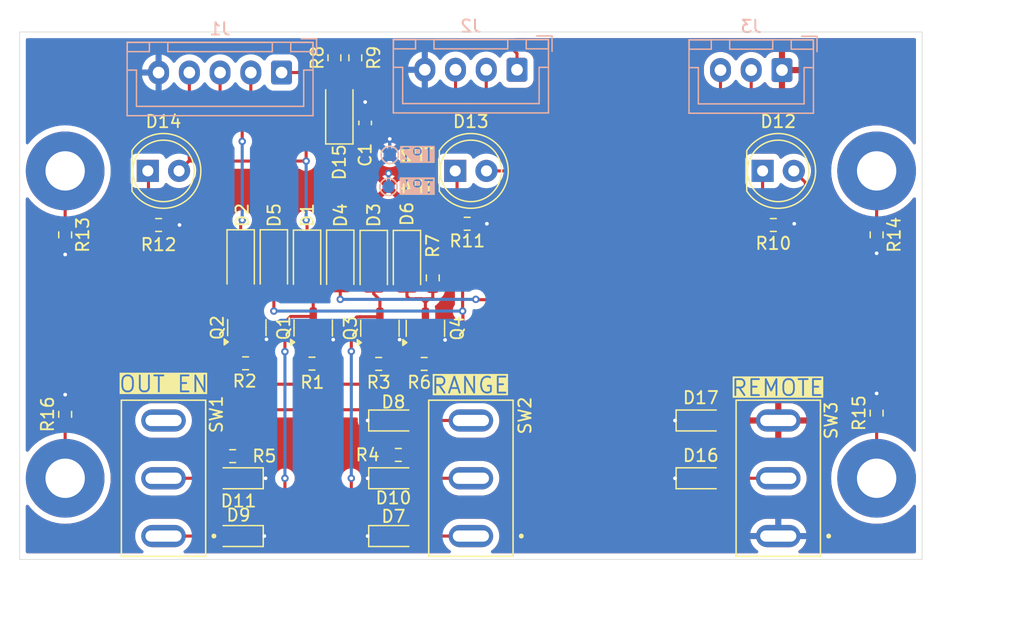
<source format=kicad_pcb>
(kicad_pcb (version 20240108) (generator "pcbnew") (generator_version "8.0")
  (layers (0 "F.Cu" signal) (31 "B.Cu" signal) (34 "B.Paste" user) (35 "F.Paste" user) (36 "B.SilkS" user "B.Silkscreen") (37 "F.SilkS" user "F.Silkscreen") (38 "B.Mask" user) (39 "F.Mask" user) (44 "Edge.Cuts" user))
  (net 0 "")
  (net 1 "Net-(D1-A)")
  (net 2 "/REL.LINE_EN")
  (net 3 "/ISO.LOW")
  (net 4 "Net-(D2-A)")
  (net 5 "Net-(D3-A)")
  (net 6 "/ISO.HIGH")
  (net 7 "/EXT.EN")
  (net 8 "/EXT.RANGE")
  (net 9 "Net-(D6-A)")
  (net 10 "GND")
  (net 11 "/REL.VCC")
  (net 12 "/ISO.VCC")
  (net 13 "VCC")
  (net 14 "Net-(Q1-B)")
  (net 15 "Net-(Q2-B)")
  (net 16 "Net-(Q3-B)")
  (net 17 "Net-(Q4-B)")
  (net 18 "/EXTERNAL_EN")
  (net 19 "Net-(D10-A2)")
  (net 20 "Net-(D11-A2)")
  (net 22 "Net-(D12-K)")
  (net 23 "Net-(D13-K)")
  (net 24 "Net-(D14-K)")
  (net 25 "Net-(D15-A)")
  (net 26 "Net-(MH1-Pad1)")
  (net 27 "Net-(MH2-Pad1)")
  (net 28 "Net-(MH3-Pad1)")
  (net 29 "Net-(MH4-Pad1)")
  (footprint "Diode_SMD:D_MiniMELF" (layer "F.Cu") (at 110.3 112.15 90)
    (property "Reference" "D15" (at -4.15 0 270) (layer "F.SilkS"))
    (property "Value" "LL103A")
    (pad "1" smd roundrect (at -1.75 0 90) (size 1.3 1.7) (layers "F.Cu" "F.Paste" "F.Mask") (roundrect_rratio 0.1923076923) (net 13 "VCC"))
    (pad "2" smd roundrect (at 1.75 0 90) (size 1.3 1.7) (layers "F.Cu" "F.Paste" "F.Mask") (roundrect_rratio 0.1923076923) (net 25 "Net-(D15-A)"))
  )
  (footprint "Resistor_SMD:R_0603_1608Metric" (layer "F.Cu") (at 154 122.2 -90)
    (property "Reference" "R14" (at 0 -1.43 90) (layer "F.SilkS"))
    (property "Value" "0R")
    (pad "1" smd roundrect (at -0.825 0 270) (size 0.8 0.95) (layers "F.Cu" "F.Paste" "F.Mask") (net 27 "Net-(MH2-Pad1)"))
    (pad "2" smd roundrect (at 0.825 0 270) (size 0.8 0.95) (layers "F.Cu" "F.Paste" "F.Mask") (net 10 "GND"))
  )
  (footprint "Resistor_SMD:R_0603_1608Metric" (layer "F.Cu") (at 108.075 132.675)
    (property "Reference" "R1" (at 0.025 1.525 360) (layer "F.SilkS"))
    (property "Value" "10k")
    (pad "1" smd roundrect (at -0.825 0) (size 0.8 0.95) (layers "F.Cu" "F.Paste" "F.Mask") (net 14 "Net-(Q1-B)"))
    (pad "2" smd roundrect (at 0.825 0) (size 0.8 0.95) (layers "F.Cu" "F.Paste" "F.Mask") (net 18 "/EXTERNAL_EN"))
  )
  (footprint "Diode_SMD:D_MiniMELF" (layer "F.Cu") (at 104.975 124.45 -90)
    (property "Reference" "D5" (at -3.85 -0.025 90) (layer "F.SilkS"))
    (property "Value" "LL103A")
    (pad "1" smd roundrect (at -1.75 0 270) (size 1.3 1.7) (layers "F.Cu" "F.Paste" "F.Mask") (roundrect_rratio 0.1923076923) (net 3 "/ISO.LOW"))
    (pad "2" smd roundrect (at 1.75 0 270) (size 1.3 1.7) (layers "F.Cu" "F.Paste" "F.Mask") (roundrect_rratio 0.1923076923) (net 8 "/EXT.RANGE"))
  )
  (footprint "Resistor_SMD:R_0603_1608Metric" (layer "F.Cu") (at 120.7 121.3)
    (property "Reference" "R11" (at 0 1.4 0) (layer "F.SilkS"))
    (property "Value" "1k")
    (pad "1" smd roundrect (at -0.825 0) (size 0.8 0.95) (layers "F.Cu" "F.Paste" "F.Mask") (net 23 "Net-(D13-K)"))
    (pad "2" smd roundrect (at 0.825 0) (size 0.8 0.95) (layers "F.Cu" "F.Paste" "F.Mask") (net 10 "GND"))
  )
  (footprint "Diode_SMD:D_MiniMELF" (layer "F.Cu") (at 107.675 124.475 -90)
    (property "Reference" "D1" (at -3.875 -0.025 90) (layer "F.SilkS"))
    (property "Value" "LL103A")
    (pad "1" smd roundrect (at -1.75 0 270) (size 1.3 1.7) (layers "F.Cu" "F.Paste" "F.Mask") (roundrect_rratio 0.1923076923) (net 2 "/REL.LINE_EN"))
    (pad "2" smd roundrect (at 1.75 0 270) (size 1.3 1.7) (layers "F.Cu" "F.Paste" "F.Mask") (roundrect_rratio 0.1923076923) (net 1 "Net-(D1-A)"))
  )
  (footprint "Koszalix_Switches:ESWITCH-100SP1T1B1M1QEH" (layer "F.Cu") (at 121 142 90)
    (property "Reference" "SW2" (at 5.1 4.4 90) (layer "F.SilkS"))
    (property "Value" "200MSP3T1B1M2QEH")
    (pad "1" thru_hole oval (at -4.7 0 90) (size 1.81 3.62) (drill oval 0.91 2.94) (layers "*.Cu" "*.Mask") (net 5 "Net-(D3-A)"))
    (pad "2" thru_hole oval (at 0 0 90) (size 1.81 3.62) (drill oval 0.91 2.94) (layers "*.Cu" "*.Mask") (net 19 "Net-(D10-A2)"))
    (pad "3" thru_hole oval (at 4.7 0 90) (size 1.81 3.62) (drill oval 0.91 2.94) (layers "*.Cu" "*.Mask") (net 4 "Net-(D2-A)"))
  )
  (footprint "Diode_SMD:D_SOD-323_HandSoldering" (layer "F.Cu") (at 139.7 137.3)
    (property "Reference" "D17" (at 0 -1.85 360) (layer "F.SilkS"))
    (property "Value" "ESD3B15WS")
    (pad "1" smd roundrect (at -1.25 0) (size 1 1) (layers "F.Cu" "F.Paste" "F.Mask") (net 10 "GND"))
    (pad "2" smd roundrect (at 1.25 0) (size 1 1) (layers "F.Cu" "F.Paste" "F.Mask") (net 13 "VCC"))
  )
  (footprint "Resistor_SMD:R_0603_1608Metric" (layer "F.Cu") (at 88 136.8 90)
    (property "Reference" "R16" (at 0 -1.43 270) (layer "F.SilkS"))
    (property "Value" "0R")
    (pad "1" smd roundrect (at -0.825 0 90) (size 0.8 0.95) (layers "F.Cu" "F.Paste" "F.Mask") (net 29 "Net-(MH4-Pad1)"))
    (pad "2" smd roundrect (at 0.825 0 90) (size 0.8 0.95) (layers "F.Cu" "F.Paste" "F.Mask") (net 10 "GND"))
  )
  (footprint "Resistor_SMD:R_0603_1608Metric" (layer "F.Cu") (at 145.6 121.4)
    (property "Reference" "R10" (at 0 1.5 360) (layer "F.SilkS"))
    (property "Value" "1k")
    (pad "1" smd roundrect (at -0.825 0) (size 0.8 0.95) (layers "F.Cu" "F.Paste" "F.Mask") (net 22 "Net-(D12-K)"))
    (pad "2" smd roundrect (at 0.825 0) (size 0.8 0.95) (layers "F.Cu" "F.Paste" "F.Mask") (net 10 "GND"))
  )
  (footprint "Diode_SMD:D_SOD-323_HandSoldering" (layer "F.Cu") (at 102.1 146.7 180)
    (property "Reference" "D9" (at 0 1.7 180) (layer "F.SilkS"))
    (property "Value" "ESD3B15WS")
    (pad "1" smd roundrect (at -1.25 0 180) (size 1 1) (layers "F.Cu" "F.Paste" "F.Mask") (net 10 "GND"))
    (pad "2" smd roundrect (at 1.25 0 180) (size 1 1) (layers "F.Cu" "F.Paste" "F.Mask") (net 1 "Net-(D1-A)"))
  )
  (footprint "TestPoint:TestPoint_Pad_D1.0mm" (layer "F.Cu") (at 114.3 118.3)
    (property "Reference" "TP3" (at 2.4 0 0) (layer "F.SilkS" knockout))
    (property "Value" "TestPoint")
    (pad "1" smd circle (at 0 0) (size 1 1) (layers "F.Cu" "F.Mask") (net 13 "VCC"))
  )
  (footprint "Diode_SMD:D_MiniMELF" (layer "F.Cu") (at 102.275 124.45 -90)
    (property "Reference" "D2" (at -3.85 -0.125 90) (layer "F.SilkS"))
    (property "Value" "LL103A")
    (pad "1" smd roundrect (at -1.75 0 270) (size 1.3 1.7) (layers "F.Cu" "F.Paste" "F.Mask") (roundrect_rratio 0.1923076923) (net 3 "/ISO.LOW"))
    (pad "2" smd roundrect (at 1.75 0 270) (size 1.3 1.7) (layers "F.Cu" "F.Paste" "F.Mask") (roundrect_rratio 0.1923076923) (net 4 "Net-(D2-A)"))
  )
  (footprint "Diode_SMD:D_MiniMELF" (layer "F.Cu") (at 110.375 124.475 -90)
    (property "Reference" "D4" (at -3.875 -0.025 90) (layer "F.SilkS"))
    (property "Value" "LL103A")
    (pad "1" smd roundrect (at -1.75 0 270) (size 1.3 1.7) (layers "F.Cu" "F.Paste" "F.Mask") (roundrect_rratio 0.1923076923) (net 2 "/REL.LINE_EN"))
    (pad "2" smd roundrect (at 1.75 0 270) (size 1.3 1.7) (layers "F.Cu" "F.Paste" "F.Mask") (roundrect_rratio 0.1923076923) (net 7 "/EXT.EN"))
  )
  (footprint "Koszalix_Switches:ESWITCH-100SP1T1B1M1QEH" (layer "F.Cu") (at 146 142 90)
    (property "Reference" "SW3" (at 4.7 4.3 90) (layer "F.SilkS"))
    (property "Value" "200MSP3T1B1M2QEH")
    (pad "1" thru_hole oval (at -4.7 0 90) (size 1.81 3.62) (drill oval 0.91 2.94) (layers "*.Cu" "*.Mask") (net 10 "GND"))
    (pad "2" thru_hole oval (at 0 0 90) (size 1.81 3.62) (drill oval 0.91 2.94) (layers "*.Cu" "*.Mask") (net 18 "/EXTERNAL_EN"))
    (pad "3" thru_hole oval (at 4.7 0 90) (size 1.81 3.62) (drill oval 0.91 2.94) (layers "*.Cu" "*.Mask") (net 13 "VCC"))
  )
  (footprint "LED_THT:LED_D5.0mm_FlatTop" (layer "F.Cu") (at 94.725 117)
    (property "Reference" "D14" (at 1.27 -4.01 0) (layer "F.SilkS"))
    (property "Value" "LED")
    (pad "1" thru_hole rect (at 0 0) (size 1.8 1.8) (drill 0.9) (layers "*.Cu" "*.Mask") (net 24 "Net-(D14-K)"))
    (pad "2" thru_hole circle (at 2.54 0) (size 1.8 1.8) (drill 0.9) (layers "*.Cu" "*.Mask") (net 2 "/REL.LINE_EN"))
  )
  (footprint "Resistor_SMD:R_0603_1608Metric" (layer "F.Cu") (at 154 136.7 90)
    (property "Reference" "R15" (at 0 -1.43 270) (layer "F.SilkS"))
    (property "Value" "0R")
    (pad "1" smd roundrect (at -0.825 0 90) (size 0.8 0.95) (layers "F.Cu" "F.Paste" "F.Mask") (net 28 "Net-(MH3-Pad1)"))
    (pad "2" smd roundrect (at 0.825 0 90) (size 0.8 0.95) (layers "F.Cu" "F.Paste" "F.Mask") (net 10 "GND"))
  )
  (footprint "MountingHole:MountingHole_3.2mm_M3_Pad" (layer "F.Cu") (at 154 117)
    (property "Reference" "MH2" (hide yes))
    (property "Value" "~")
    (pad "1" thru_hole circle (at 0 0) (size 6.4 6.4) (drill 3.2) (layers "*.Cu" "*.Mask") (net 27 "Net-(MH2-Pad1)"))
  )
  (footprint "Diode_SMD:D_SOD-323_HandSoldering" (layer "F.Cu") (at 139.7 142)
    (property "Reference" "D16" (at 0 -1.85 360) (layer "F.SilkS"))
    (property "Value" "ESD3B15WS")
    (pad "1" smd roundrect (at -1.25 0) (size 1 1) (layers "F.Cu" "F.Paste" "F.Mask") (net 10 "GND"))
    (pad "2" smd roundrect (at 1.25 0) (size 1 1) (layers "F.Cu" "F.Paste" "F.Mask") (net 18 "/EXTERNAL_EN"))
  )
  (footprint "Resistor_SMD:R_0603_1608Metric" (layer "F.Cu") (at 117.2 132.7 180)
    (property "Reference" "R6" (at 0.4 -1.5 180) (layer "F.SilkS"))
    (property "Value" "10k")
    (pad "1" smd roundrect (at -0.825 0 180) (size 0.8 0.95) (layers "F.Cu" "F.Paste" "F.Mask") (net 8 "/EXT.RANGE"))
    (pad "2" smd roundrect (at 0.825 0 180) (size 0.8 0.95) (layers "F.Cu" "F.Paste" "F.Mask") (net 17 "Net-(Q4-B)"))
  )
  (footprint "Diode_SMD:D_MiniMELF" (layer "F.Cu") (at 115.8 124.5 -90)
    (property "Reference" "D6" (at -4 0 90) (layer "F.SilkS"))
    (property "Value" "LL103A")
    (pad "1" smd roundrect (at -1.75 0 270) (size 1.3 1.7) (layers "F.Cu" "F.Paste" "F.Mask") (roundrect_rratio 0.1923076923) (net 6 "/ISO.HIGH"))
    (pad "2" smd roundrect (at 1.75 0 270) (size 1.3 1.7) (layers "F.Cu" "F.Paste" "F.Mask") (roundrect_rratio 0.1923076923) (net 9 "Net-(D6-A)"))
  )
  (footprint "Diode_SMD:D_MiniMELF" (layer "F.Cu") (at 113.1 124.5 -90)
    (property "Reference" "D3" (at -3.9 0 90) (layer "F.SilkS"))
    (property "Value" "LL103A")
    (pad "1" smd roundrect (at -1.75 0 270) (size 1.3 1.7) (layers "F.Cu" "F.Paste" "F.Mask") (roundrect_rratio 0.1923076923) (net 6 "/ISO.HIGH"))
    (pad "2" smd roundrect (at 1.75 0 270) (size 1.3 1.7) (layers "F.Cu" "F.Paste" "F.Mask") (roundrect_rratio 0.1923076923) (net 5 "Net-(D3-A)"))
  )
  (footprint "Package_TO_SOT_SMD:SOT-23" (layer "F.Cu") (at 113.6 129.8 90)
    (property "Reference" "Q3" (at 0 -2.4 270) (layer "F.SilkS"))
    (property "Value" "BC847")
    (pad "1" smd roundrect (at -0.9375 -0.95 90) (size 1.475 0.6) (layers "F.Cu" "F.Paste" "F.Mask") (net 16 "Net-(Q3-B)"))
    (pad "2" smd roundrect (at -0.9375 0.95 90) (size 1.475 0.6) (layers "F.Cu" "F.Paste" "F.Mask") (net 10 "GND"))
    (pad "3" smd roundrect (at 0.9375 0 90) (size 1.475 0.6) (layers "F.Cu" "F.Paste" "F.Mask") (net 5 "Net-(D3-A)"))
  )
  (footprint "LED_THT:LED_D5.0mm_FlatTop" (layer "F.Cu") (at 119.725 117)
    (property "Reference" "D13" (at 1.27 -4.01 0) (layer "F.SilkS"))
    (property "Value" "LED")
    (pad "1" thru_hole rect (at 0 0) (size 1.8 1.8) (drill 0.9) (layers "*.Cu" "*.Mask") (net 23 "Net-(D13-K)"))
    (pad "2" thru_hole circle (at 2.54 0) (size 1.8 1.8) (drill 0.9) (layers "*.Cu" "*.Mask") (net 3 "/ISO.LOW"))
  )
  (footprint "Resistor_SMD:R_0603_1608Metric" (layer "F.Cu") (at 111.6 107.8 90)
    (property "Reference" "R9" (at 0 1.5 270) (layer "F.SilkS"))
    (property "Value" "0R")
    (pad "1" smd roundrect (at -0.825 0 90) (size 0.8 0.95) (layers "F.Cu" "F.Paste" "F.Mask") (net 25 "Net-(D15-A)"))
    (pad "2" smd roundrect (at 0.825 0 90) (size 0.8 0.95) (layers "F.Cu" "F.Paste" "F.Mask") (net 12 "/ISO.VCC"))
  )
  (footprint "TestPoint:TestPoint_Pad_D1.0mm" (layer "F.Cu") (at 114.4 115.7)
    (property "Reference" "TP1" (at 2.3 0 0) (layer "F.SilkS" knockout))
    (property "Value" "TestPoint")
    (pad "1" smd circle (at 0 0) (size 1 1) (layers "F.Cu" "F.Mask") (net 10 "GND"))
  )
  (footprint "Resistor_SMD:R_0603_1608Metric" (layer "F.Cu") (at 115.1 140.1)
    (property "Reference" "R4" (at -2.5 0 0) (layer "F.SilkS"))
    (property "Value" "10k")
    (pad "1" smd roundrect (at -0.825 0) (size 0.8 0.95) (layers "F.Cu" "F.Paste" "F.Mask") (net 13 "VCC"))
    (pad "2" smd roundrect (at 0.825 0) (size 0.8 0.95) (layers "F.Cu" "F.Paste" "F.Mask") (net 19 "Net-(D10-A2)"))
  )
  (footprint "MountingHole:MountingHole_3.2mm_M3_Pad" (layer "F.Cu") (at 154 142)
    (property "Reference" "MH3" (hide yes))
    (property "Value" "~")
    (pad "1" thru_hole circle (at 0 0) (size 6.4 6.4) (drill 3.2) (layers "*.Cu" "*.Mask") (net 28 "Net-(MH3-Pad1)"))
  )
  (footprint "Resistor_SMD:R_0603_1608Metric" (layer "F.Cu") (at 101.625 140.2 180)
    (property "Reference" "R5" (at -2.575 0 180) (layer "F.SilkS"))
    (property "Value" "10k")
    (pad "1" smd roundrect (at -0.825 0 180) (size 0.8 0.95) (layers "F.Cu" "F.Paste" "F.Mask") (net 13 "VCC"))
    (pad "2" smd roundrect (at 0.825 0 180) (size 0.8 0.95) (layers "F.Cu" "F.Paste" "F.Mask") (net 20 "Net-(D11-A2)"))
  )
  (footprint "Diode_SMD:D_SOD-323_HandSoldering" (layer "F.Cu") (at 114.7 146.7)
    (property "Reference" "D7" (at 0 -1.6 0) (layer "F.SilkS"))
    (property "Value" "ESD3B15WS")
    (pad "1" smd roundrect (at -1.25 0) (size 1 1) (layers "F.Cu" "F.Paste" "F.Mask") (net 10 "GND"))
    (pad "2" smd roundrect (at 1.25 0) (size 1 1) (layers "F.Cu" "F.Paste" "F.Mask") (net 5 "Net-(D3-A)"))
  )
  (footprint "MountingHole:MountingHole_3.2mm_M3_Pad" (layer "F.Cu") (at 88 142)
    (property "Reference" "MH4" (hide yes))
    (property "Value" "~")
    (pad "1" thru_hole circle (at 0 0) (size 6.4 6.4) (drill 3.2) (layers "*.Cu" "*.Mask") (net 29 "Net-(MH4-Pad1)"))
  )
  (footprint "Resistor_SMD:R_0603_1608Metric" (layer "F.Cu") (at 117.9 125.7 90)
    (property "Reference" "R7" (at 2.6 0 270) (layer "F.SilkS"))
    (property "Value" "1k")
    (pad "1" smd roundrect (at -0.825 0 90) (size 0.8 0.95) (layers "F.Cu" "F.Paste" "F.Mask") (net 9 "Net-(D6-A)"))
    (pad "2" smd roundrect (at 0.825 0 90) (size 0.8 0.95) (layers "F.Cu" "F.Paste" "F.Mask") (net 13 "VCC"))
  )
  (footprint "MountingHole:MountingHole_3.2mm_M3_Pad" (layer "F.Cu") (at 88 117)
    (property "Reference" "MH1" (hide yes))
    (property "Value" "~")
    (pad "1" thru_hole circle (at 0 0) (size 6.4 6.4) (drill 3.2) (layers "*.Cu" "*.Mask") (net 26 "Net-(MH1-Pad1)"))
  )
  (footprint "Diode_SMD:D_SOD-323_HandSoldering" (layer "F.Cu") (at 114.7 137.3)
    (property "Reference" "D8" (at 0 -1.5 0) (layer "F.SilkS"))
    (property "Value" "ESD3B15WS")
    (pad "1" smd roundrect (at -1.25 0) (size 1 1) (layers "F.Cu" "F.Paste" "F.Mask") (net 10 "GND"))
    (pad "2" smd roundrect (at 1.25 0) (size 1 1) (layers "F.Cu" "F.Paste" "F.Mask") (net 4 "Net-(D2-A)"))
  )
  (footprint "Capacitor_SMD:C_0603_1608Metric" (layer "F.Cu") (at 112.4 113.1 90)
    (property "Reference" "C1" (at -2.6 0 270) (layer "F.SilkS"))
    (property "Value" "1u")
    (pad "1" smd roundrect (at -0.775 0 90) (size 0.9 0.95) (layers "F.Cu" "F.Paste" "F.Mask") (net 13 "VCC"))
    (pad "2" smd roundrect (at 0.775 0 90) (size 0.9 0.95) (layers "F.Cu" "F.Paste" "F.Mask") (net 10 "GND"))
  )
  (footprint "Diode_SMD:D_SOD-323_HandSoldering" (layer "F.Cu") (at 114.7 142)
    (property "Reference" "D10" (at 0 1.6 0) (layer "F.SilkS"))
    (property "Value" "ESD3B15WS")
    (pad "1" smd roundrect (at -1.25 0) (size 1 1) (layers "F.Cu" "F.Paste" "F.Mask") (net 10 "GND"))
    (pad "2" smd roundrect (at 1.25 0) (size 1 1) (layers "F.Cu" "F.Paste" "F.Mask") (net 19 "Net-(D10-A2)"))
  )
  (footprint "Resistor_SMD:R_0603_1608Metric" (layer "F.Cu") (at 95.6 121.4)
    (property "Reference" "R12" (at 0 1.6 360) (layer "F.SilkS"))
    (property "Value" "1k")
    (pad "1" smd roundrect (at -0.825 0) (size 0.8 0.95) (layers "F.Cu" "F.Paste" "F.Mask") (net 24 "Net-(D14-K)"))
    (pad "2" smd roundrect (at 0.825 0) (size 0.8 0.95) (layers "F.Cu" "F.Paste" "F.Mask") (net 10 "GND"))
  )
  (footprint "Diode_SMD:D_SOD-323_HandSoldering" (layer "F.Cu") (at 102.1 142 180)
    (property "Reference" "D11" (at 0 -1.85 180) (layer "F.SilkS"))
    (property "Value" "ESD3B15WS")
    (pad "1" smd roundrect (at -1.25 0 180) (size 1 1) (layers "F.Cu" "F.Paste" "F.Mask") (net 10 "GND"))
    (pad "2" smd roundrect (at 1.25 0 180) (size 1 1) (layers "F.Cu" "F.Paste" "F.Mask") (net 20 "Net-(D11-A2)"))
  )
  (footprint "Koszalix_Switches:ESWITCH-100SP1T1B1M1QEH" (layer "F.Cu") (at 96 142 90)
    (property "Reference" "SW1" (at 5.2 4.3 90) (layer "F.SilkS"))
    (property "Value" "200MSP3T1B1M2QEH" (hide yes))
    (pad "1" thru_hole oval (at -4.7 0 90) (size 1.81 3.62) (drill oval 0.91 2.94) (layers "*.Cu" "*.Mask") (net 1 "Net-(D1-A)"))
    (pad "2" thru_hole oval (at 0 0 90) (size 1.81 3.62) (drill oval 0.91 2.94) (layers "*.Cu" "*.Mask") (net 20 "Net-(D11-A2)"))
    (pad "3" thru_hole oval (at 4.7 0 90) (size 1.81 3.62) (drill oval 0.91 2.94) (layers "*.Cu" "*.Mask"))
  )
  (footprint "Resistor_SMD:R_0603_1608Metric" (layer "F.Cu") (at 113.5 132.7)
    (property "Reference" "R3" (at 0 1.5 0) (layer "F.SilkS"))
    (property "Value" "10k")
    (pad "1" smd roundrect (at -0.825 0) (size 0.8 0.95) (layers "F.Cu" "F.Paste" "F.Mask") (net 16 "Net-(Q3-B)"))
    (pad "2" smd roundrect (at 0.825 0) (size 0.8 0.95) (layers "F.Cu" "F.Paste" "F.Mask") (net 18 "/EXTERNAL_EN"))
  )
  (footprint "LED_THT:LED_D5.0mm_FlatTop" (layer "F.Cu") (at 144.725 117)
    (property "Reference" "D12" (at 1.27 -4.01 0) (layer "F.SilkS"))
    (property "Value" "LED")
    (pad "1" thru_hole rect (at 0 0) (size 1.8 1.8) (drill 0.9) (layers "*.Cu" "*.Mask") (net 22 "Net-(D12-K)"))
    (pad "2" thru_hole circle (at 2.54 0) (size 1.8 1.8) (drill 0.9) (layers "*.Cu" "*.Mask") (net 18 "/EXTERNAL_EN"))
  )
  (footprint "Resistor_SMD:R_0603_1608Metric" (layer "F.Cu") (at 109.9 107.8 90)
    (property "Reference" "R8" (at 0 -1.4 270) (layer "F.SilkS"))
    (property "Value" "0R")
    (pad "1" smd roundrect (at -0.825 0 90) (size 0.8 0.95) (layers "F.Cu" "F.Paste" "F.Mask") (net 25 "Net-(D15-A)"))
    (pad "2" smd roundrect (at 0.825 0 90) (size 0.8 0.95) (layers "F.Cu" "F.Paste" "F.Mask") (net 11 "/REL.VCC"))
  )
  (footprint "Package_TO_SOT_SMD:SOT-23" (layer "F.Cu") (at 117.3 129.8 90)
    (property "Reference" "Q4" (at 0 2.6 270) (layer "F.SilkS"))
    (property "Value" "BC847")
    (pad "1" smd roundrect (at -0.9375 -0.95 90) (size 1.475 0.6) (layers "F.Cu" "F.Paste" "F.Mask") (net 17 "Net-(Q4-B)"))
    (pad "2" smd roundrect (at -0.9375 0.95 90) (size 1.475 0.6) (layers "F.Cu" "F.Paste" "F.Mask") (net 10 "GND"))
    (pad "3" smd roundrect (at 0.9375 0 90) (size 1.475 0.6) (layers "F.Cu" "F.Paste" "F.Mask") (net 9 "Net-(D6-A)"))
  )
  (footprint "Package_TO_SOT_SMD:SOT-23" (layer "F.Cu") (at 102.775 129.75 90)
    (property "Reference" "Q2" (at 0 -2.4 270) (layer "F.SilkS"))
    (property "Value" "BC847")
    (pad "1" smd roundrect (at -0.9375 -0.95 90) (size 1.475 0.6) (layers "F.Cu" "F.Paste" "F.Mask") (net 15 "Net-(Q2-B)"))
    (pad "2" smd roundrect (at -0.9375 0.95 90) (size 1.475 0.6) (layers "F.Cu" "F.Paste" "F.Mask") (net 10 "GND"))
    (pad "3" smd roundrect (at 0.9375 0 90) (size 1.475 0.6) (layers "F.Cu" "F.Paste" "F.Mask") (net 4 "Net-(D2-A)"))
  )
  (footprint "Resistor_SMD:R_0603_1608Metric" (layer "F.Cu") (at 102.675 132.65)
    (property "Reference" "R2" (at -0.075 1.45 0) (layer "F.SilkS"))
    (property "Value" "10k")
    (pad "1" smd roundrect (at -0.825 0) (size 0.8 0.95) (layers "F.Cu" "F.Paste" "F.Mask") (net 15 "Net-(Q2-B)"))
    (pad "2" smd roundrect (at 0.825 0) (size 0.8 0.95) (layers "F.Cu" "F.Paste" "F.Mask") (net 18 "/EXTERNAL_EN"))
  )
  (footprint "Resistor_SMD:R_0603_1608Metric" (layer "F.Cu") (at 88 122.2 -90)
    (property "Reference" "R13" (at 0 -1.43 90) (layer "F.SilkS"))
    (property "Value" "0R")
    (pad "1" smd roundrect (at -0.825 0 270) (size 0.8 0.95) (layers "F.Cu" "F.Paste" "F.Mask") (net 26 "Net-(MH1-Pad1)"))
    (pad "2" smd roundrect (at 0.825 0 270) (size 0.8 0.95) (layers "F.Cu" "F.Paste" "F.Mask") (net 10 "GND"))
  )
  (footprint "Package_TO_SOT_SMD:SOT-23" (layer "F.Cu") (at 108.175 129.775 90)
    (property "Reference" "Q1" (at 0 -2.4 270) (layer "F.SilkS"))
    (property "Value" "BC847")
    (pad "1" smd roundrect (at -0.9375 -0.95 90) (size 1.475 0.6) (layers "F.Cu" "F.Paste" "F.Mask") (net 14 "Net-(Q1-B)"))
    (pad "2" smd roundrect (at -0.9375 0.95 90) (size 1.475 0.6) (layers "F.Cu" "F.Paste" "F.Mask") (net 10 "GND"))
    (pad "3" smd roundrect (at 0.9375 0 90) (size 1.475 0.6) (layers "F.Cu" "F.Paste" "F.Mask") (net 1 "Net-(D1-A)"))
  )
  (footprint "Connector_JST:JST_XH_B3B-XH-A_1x03_P2.50mm_Vertical" (layer "B.Cu") (at 146.3 108.8 180)
    (property "Reference" "J3" (at 2.5 3.55 180) (layer "B.SilkS") (effects (justify mirror)))
    (property "Value" "B4B-XH-A(LF)(SN)")
    (pad "1" thru_hole roundrect (at 0 0 180) (size 1.7 1.95) (drill 0.95) (layers "*.Cu" "*.Mask") (roundrect_rratio 0.147059) (net 13 "VCC"))
    (pad "2" thru_hole oval (at 2.5 0 180) (size 1.7 1.95) (drill 0.95) (layers "*.Cu" "*.Mask") (net 7 "/EXT.EN"))
    (pad "3" thru_hole oval (at 5 0 180) (size 1.7 1.95) (drill 0.95) (layers "*.Cu" "*.Mask") (net 8 "/EXT.RANGE"))
  )
  (footprint "TestPoint:TestPoint_Pad_D1.0mm" (layer "B.Cu") (at 114.3 118.3 180)
    (property "Reference" "TP4" (at -2.3 0 180) (layer "B.SilkS" knockout) (effects (justify mirror)))
    (property "Value" "TestPoint")
    (pad "1" smd circle (at 0 0 180) (size 1 1) (layers "B.Cu" "B.Mask") (net 13 "VCC"))
  )
  (footprint "Connector_JST:JST_XH_B5B-XH-A_1x05_P2.50mm_Vertical" (layer "B.Cu") (at 105.6 109 180)
    (property "Reference" "J1" (at 5 3.55 180) (layer "B.SilkS") (effects (justify mirror)))
    (property "Value" "B4B-XH-A(LF)(SN)")
    (pad "1" thru_hole roundrect (at 0 0 180) (size 1.7 1.95) (drill 0.95) (layers "*.Cu" "*.Mask") (roundrect_rratio 0.147059) (net 11 "/REL.VCC"))
    (pad "2" thru_hole oval (at 2.5 0 180) (size 1.7 1.95) (drill 0.95) (layers "*.Cu" "*.Mask") (net 2 "/REL.LINE_EN"))
    (pad "3" thru_hole oval (at 5 0 180) (size 1.7 1.95) (drill 0.95) (layers "*.Cu" "*.Mask") (net 3 "/ISO.LOW"))
    (pad "4" thru_hole oval (at 7.5 0 180) (size 1.7 1.95) (drill 0.95) (layers "*.Cu" "*.Mask") (net 2 "/REL.LINE_EN"))
    (pad "5" thru_hole oval (at 10 0 180) (size 1.7 1.95) (drill 0.95) (layers "*.Cu" "*.Mask") (net 10 "GND"))
  )
  (footprint "Connector_JST:JST_XH_B4B-XH-A_1x04_P2.50mm_Vertical" (layer "B.Cu") (at 124.75 108.775 180)
    (property "Reference" "J2" (at 3.75 3.55 180) (layer "B.SilkS") (effects (justify mirror)))
    (property "Value" "B4B-XH-A(LF)(SN)")
    (pad "1" thru_hole roundrect (at 0 0 180) (size 1.7 1.95) (drill 0.95) (layers "*.Cu" "*.Mask") (roundrect_rratio 0.147059) (net 12 "/ISO.VCC"))
    (pad "2" thru_hole oval (at 2.5 0 180) (size 1.7 1.95) (drill 0.95) (layers "*.Cu" "*.Mask") (net 3 "/ISO.LOW"))
    (pad "3" thru_hole oval (at 5 0 180) (size 1.7 1.95) (drill 0.95) (layers "*.Cu" "*.Mask") (net 6 "/ISO.HIGH"))
    (pad "4" thru_hole oval (at 7.5 0 180) (size 1.7 1.95) (drill 0.95) (layers "*.Cu" "*.Mask") (net 10 "GND"))
  )
  (footprint "TestPoint:TestPoint_Pad_D1.0mm" (layer "B.Cu") (at 114.4 115.7 180)
    (property "Reference" "TP2" (at -2.2 0 180) (layer "B.SilkS" knockout) (effects (justify mirror)))
    (property "Value" "TestPoint")
    (pad "1" smd circle (at 0 0 180) (size 1 1) (layers "B.Cu" "B.Mask") (net 10 "GND"))
  )
  (gr_rect (start 84.3 105.7) (end 157.7 148.6) (stroke (width 0.05)) (fill none) (layer "Edge.Cuts"))
  (gr_text "REMOTE" (at 142.1 135.4 0) (layer "F.SilkS" knockout) (effects (font (size 1.3 1.3)) (justify left bottom)))
  (gr_text "RANGE" (at 117.7 135.2 0) (layer "F.SilkS" knockout) (effects (font (size 1.3 1.3)) (justify left bottom)))
  (gr_text "OUT EN" (at 92.3 135.1 0) (layer "F.SilkS" knockout) (effects (font (size 1.3 1.3)) (justify left bottom)))
  (segment (start 100.85 144.75) (end 100.85 146.7) (width 0.25) (layer "F.Cu") (net 1))
  (segment (start 105.875 143.175) (end 104.675 144.375) (width 0.25) (layer "F.Cu") (net 1))
  (segment (start 107.675 127.175) (end 108.175 127.675) (width 0.25) (layer "F.Cu") (net 1))
  (segment (start 105.875 131.7) (end 105.875 129.3) (width 0.25) (layer "F.Cu") (net 1))
  (segment (start 105.875 142) (end 105.875 143.175) (width 0.25) (layer "F.Cu") (net 1))
  (segment (start 101.225 144.375) (end 100.85 144.75) (width 0.25) (layer "F.Cu") (net 1))
  (segment (start 104.675 144.375) (end 101.225 144.375) (width 0.25) (layer "F.Cu") (net 1))
  (segment (start 96 146.7) (end 100.85 146.7) (width 0.25) (layer "F.Cu") (net 1))
  (segment (start 108.175 127.675) (end 108.175 128.8375) (width 0.25) (layer "F.Cu") (net 1))
  (segment (start 105.875 129.3) (end 106.3375 128.8375) (width 0.25) (layer "F.Cu") (net 1))
  (segment (start 107.675 126.225) (end 107.675 127.175) (width 0.25) (layer "F.Cu") (net 1))
  (segment (start 106.3375 128.8375) (end 108.175 128.8375) (width 0.25) (layer "F.Cu") (net 1))
  (via (at 105.875 131.7) (size 0.6) (drill 0.3) (layers "F.Cu" "B.Cu") (net 1))
  (via (at 105.875 142) (size 0.6) (drill 0.3) (layers "F.Cu" "B.Cu") (net 1))
  (segment (start 105.875 142) (end 105.875 131.7) (width 0.25) (layer "B.Cu") (net 1))
  (segment (start 98.065 116.2) (end 98.4 116.2) (width 0.25) (layer "F.Cu") (net 2))
  (segment (start 107.675 121.075) (end 107.6 121) (width 0.25) (layer "F.Cu") (net 2))
  (segment (start 98.1 109) (end 98.1 108.3) (width 0.25) (layer "F.Cu") (net 2))
  (segment (start 110.375 122.725) (end 107.675 122.725) (width 0.25) (layer "F.Cu") (net 2))
  (segment (start 107.6 115.2) (end 103.1 110.7) (width 0.25) (layer "F.Cu") (net 2))
  (segment (start 107.6 116.2) (end 107.6 115.2) (width 0.25) (layer "F.Cu") (net 2))
  (segment (start 107.675 122.725) (end 107.675 121.075) (width 0.25) (layer "F.Cu") (net 2))
  (segment (start 98.1 115.8) (end 98.1 116.165) (width 0.25) (layer "F.Cu") (net 2))
  (segment (start 98.4 116.2) (end 107.6 116.2) (width 0.25) (layer "F.Cu") (net 2))
  (segment (start 103.1 108.125) (end 103.1 109) (width 0.25) (layer "F.Cu") (net 2))
  (segment (start 98.1 109) (end 98.1 115.8) (width 0.25) (layer "F.Cu") (net 2))
  (segment (start 98.1 116.165) (end 97.265 117) (width 0.25) (layer "F.Cu") (net 2))
  (segment (start 97.265 117) (end 98.065 116.2) (width 0.25) (layer "F.Cu") (net 2))
  (segment (start 98.1 115.9) (end 98.4 116.2) (width 0.25) (layer "F.Cu") (net 2))
  (segment (start 103.1 110.7) (end 103.1 109) (width 0.25) (layer "F.Cu") (net 2))
  (segment (start 98.1 115.8) (end 98.1 115.9) (width 0.25) (layer "F.Cu") (net 2))
  (via (at 107.6 116.2) (size 0.6) (drill 0.3) (layers "F.Cu" "B.Cu") (net 2))
  (via (at 107.6 121) (size 0.6) (drill 0.3) (layers "F.Cu" "B.Cu") (net 2))
  (segment (start 107.6 121) (end 107.6 116.2) (width 0.25) (layer "B.Cu") (net 2))
  (segment (start 124.075 117) (end 124.25 116.825) (width 0.25) (layer "F.Cu") (net 3))
  (segment (start 102.4 114.6) (end 102.4 113.2) (width 0.25) (layer "F.Cu") (net 3))
  (segment (start 102.275 122.7) (end 104.975 122.7) (width 0.25) (layer "F.Cu") (net 3))
  (segment (start 116.525 124.625) (end 105.425 124.625) (width 0.25) (layer "F.Cu") (net 3))
  (segment (start 124.075 117) (end 124.25 117.175) (width 0.25) (layer "F.Cu") (net 3))
  (segment (start 124.25 116.825) (end 124.25 116.8) (width 0.25) (layer "F.Cu") (net 3))
  (segment (start 102.275 121.125) (end 102.4 121) (width 0.25) (layer "F.Cu") (net 3))
  (segment (start 124.25 112.9) (end 124.25 116.8) (width 0.25) (layer "F.Cu") (net 3))
  (segment (start 102.275 122.7) (end 102.275 121.125) (width 0.25) (layer "F.Cu") (net 3))
  (segment (start 105.425 124.625) (end 104.975 124.175) (width 0.25) (layer "F.Cu") (net 3))
  (segment (start 124.25 116.8) (end 124.25 117.175) (width 0.25) (layer "F.Cu") (net 3))
  (segment (start 124.25 121.875) (end 123.025 123.1) (width 0.25) (layer "F.Cu") (net 3))
  (segment (start 102.4 113.2) (end 100.6 111.4) (width 0.25) (layer "F.Cu") (net 3))
  (segment (start 122.25 110.9) (end 124.25 112.9) (width 0.25) (layer "F.Cu") (net 3))
  (segment (start 100.6 111.4) (end 100.6 109) (width 0.25) (layer "F.Cu") (net 3))
  (segment (start 124.25 117.175) (end 124.25 121.875) (width 0.25) (layer "F.Cu") (net 3))
  (segment (start 122.265 117) (end 124.075 117) (width 0.25) (layer "F.Cu") (net 3))
  (segment (start 118.05 123.1) (end 116.525 124.625) (width 0.25) (layer "F.Cu") (net 3))
  (segment (start 122.25 108.775) (end 122.25 110.9) (width 0.25) (layer "F.Cu") (net 3))
  (segment (start 104.975 124.175) (end 104.975 122.7) (width 0.25) (layer "F.Cu") (net 3))
  (segment (start 123.025 123.1) (end 118.05 123.1) (width 0.25) (layer "F.Cu") (net 3))
  (via (at 102.4 114.6) (size 0.6) (drill 0.3) (layers "F.Cu" "B.Cu") (net 3))
  (via (at 102.4 121) (size 0.6) (drill 0.3) (layers "F.Cu" "B.Cu") (net 3))
  (segment (start 102.4 121) (end 102.4 120.2) (width 0.25) (layer "B.Cu") (net 3))
  (segment (start 102.4 120.2) (end 102.4 114.6) (width 0.25) (layer "B.Cu") (net 3))
  (segment (start 102.275 127.15) (end 102.775 127.65) (width 0.25) (layer "F.Cu") (net 4))
  (segment (start 102.275 126.2) (end 102.275 127.15) (width 0.25) (layer "F.Cu") (net 4))
  (segment (start 101 134.125) (end 101 129.4) (width 0.25) (layer "F.Cu") (net 4))
  (segment (start 103.3 136.425) (end 101 134.125) (width 0.25) (layer "F.Cu") (net 4))
  (segment (start 102.775 127.65) (end 102.775 128.8125) (width 0.25) (layer "F.Cu") (net 4))
  (segment (start 115.95 137.3) (end 115.075 136.425) (width 0.25) (layer "F.Cu") (net 4))
  (segment (start 115.075 136.425) (end 103.3 136.425) (width 0.25) (layer "F.Cu") (net 4))
  (segment (start 101.5875 128.8125) (end 102.775 128.8125) (width 0.25) (layer "F.Cu") (net 4))
  (segment (start 101 129.4) (end 101.5875 128.8125) (width 0.25) (layer "F.Cu") (net 4))
  (segment (start 115.95 137.3) (end 121 137.3) (width 0.25) (layer "F.Cu") (net 4))
  (segment (start 112.675 144.625) (end 115.45 144.625) (width 0.25) (layer "F.Cu") (net 5))
  (segment (start 121 146.7) (end 115.95 146.7) (width 0.25) (layer "F.Cu") (net 5))
  (segment (start 111.95 128.875) (end 111.9625 128.8625) (width 0.25) (layer "F.Cu") (net 5))
  (segment (start 111.275 142) (end 111.275 143.225) (width 0.25) (layer "F.Cu") (net 5))
  (segment (start 111.275 129.325) (end 111.725 128.875) (width 0.25) (layer "F.Cu") (net 5))
  (segment (start 111.275 143.225) (end 112.675 144.625) (width 0.25) (layer "F.Cu") (net 5))
  (segment (start 115.95 145.125) (end 115.95 146.7) (width 0.25) (layer "F.Cu") (net 5))
  (segment (start 111.9625 128.8625) (end 113.6 128.8625) (width 0.25) (layer "F.Cu") (net 5))
  (segment (start 113.1 126.25) (end 113.1 127) (width 0.25) (layer "F.Cu") (net 5))
  (segment (start 113.1 127) (end 113.6 127.5) (width 0.25) (layer "F.Cu") (net 5))
  (segment (start 111.275 131.675) (end 111.275 129.325) (width 0.25) (layer "F.Cu") (net 5))
  (segment (start 115.45 144.625) (end 115.95 145.125) (width 0.25) (layer "F.Cu") (net 5))
  (segment (start 111.725 128.875) (end 111.95 128.875) (width 0.25) (layer "F.Cu") (net 5))
  (segment (start 113.6 127.5) (end 113.6 128.8625) (width 0.25) (layer "F.Cu") (net 5))
  (via (at 111.275 142) (size 0.6) (drill 0.3) (layers "F.Cu" "B.Cu") (net 5))
  (via (at 111.275 131.675) (size 0.6) (drill 0.3) (layers "F.Cu" "B.Cu") (net 5))
  (segment (start 111.275 131.675) (end 111.275 142) (width 0.25) (layer "B.Cu") (net 5))
  (segment (start 115.8 114.8) (end 119.75 110.85) (width 0.25) (layer "F.Cu") (net 6))
  (segment (start 113.1 122.75) (end 115.8 122.75) (width 0.25) (layer "F.Cu") (net 6))
  (segment (start 115.8 122.75) (end 115.8 114.8) (width 0.25) (layer "F.Cu") (net 6))
  (segment (start 119.75 110.85) (end 119.75 108.775) (width 0.25) (layer "F.Cu") (net 6))
  (segment (start 142.05 127.475) (end 121.425 127.475) (width 0.25) (layer "F.Cu") (net 7))
  (segment (start 143.8 110.65) (end 142.625 111.825) (width 0.25) (layer "F.Cu") (net 7))
  (segment (start 110.375 126.225) (end 110.375 127.45) (width 0.25) (layer "F.Cu") (net 7))
  (segment (start 121.425 127.475) (end 121.4 127.45) (width 0.25) (layer "F.Cu") (net 7))
  (segment (start 142.625 126.9) (end 142.05 127.475) (width 0.25) (layer "F.Cu") (net 7))
  (segment (start 143.8 108.8) (end 143.8 110.65) (width 0.25) (layer "F.Cu") (net 7))
  (segment (start 142.625 111.825) (end 142.625 126.9) (width 0.25) (layer "F.Cu") (net 7))
  (via (at 110.375 127.45) (size 0.6) (drill 0.3) (layers "F.Cu" "B.Cu") (net 7))
  (via (at 121.4 127.45) (size 0.6) (drill 0.3) (layers "F.Cu" "B.Cu") (net 7))
  (segment (start 110.375 127.45) (end 121.4 127.45) (width 0.25) (layer "B.Cu") (net 7))
  (segment (start 120.325 128.4) (end 120.35 128.425) (width 0.25) (layer "F.Cu") (net 8))
  (segment (start 119.825 132.7) (end 118.025 132.7) (width 0.25) (layer "F.Cu") (net 8))
  (segment (start 141.3 125.1) (end 141.3 108.8) (width 0.25) (layer "F.Cu") (net 8))
  (segment (start 104.975 126.2) (end 104.975 128.4) (width 0.25) (layer "F.Cu") (net 8))
  (segment (start 120.325 128.4) (end 120.325 126.275) (width 0.25) (layer "F.Cu") (net 8))
  (segment (start 120.35 132.175) (end 119.825 132.7) (width 0.25) (layer "F.Cu") (net 8))
  (segment (start 120.8 125.8) (end 140.6 125.8) (width 0.25) (layer "F.Cu") (net 8))
  (segment (start 120.325 126.275) (end 120.8 125.8) (width 0.25) (layer "F.Cu") (net 8))
  (segment (start 120.35 128.425) (end 120.35 132.175) (width 0.25) (layer "F.Cu") (net 8))
  (segment (start 140.6 125.8) (end 141.3 125.1) (width 0.25) (layer "F.Cu") (net 8))
  (via (at 104.975 128.4) (size 0.6) (drill 0.3) (layers "F.Cu" "B.Cu") (net 8))
  (via (at 120.325 128.4) (size 0.6) (drill 0.3) (layers "F.Cu" "B.Cu") (net 8))
  (segment (start 104.975 128.4) (end 120.325 128.4) (width 0.25) (layer "B.Cu") (net 8))
  (segment (start 115.8 127.2) (end 115.8 126.25) (width 0.25) (layer "F.Cu") (net 9))
  (segment (start 116 127.4) (end 115.8 127.2) (width 0.25) (layer "F.Cu") (net 9))
  (segment (start 116.5 127.4) (end 116 127.4) (width 0.25) (layer "F.Cu") (net 9))
  (segment (start 117.3 127.7) (end 117.6 127.4) (width 0.25) (layer "F.Cu") (net 9))
  (segment (start 117.8 127.4) (end 117.9 127.3) (width 0.25) (layer "F.Cu") (net 9))
  (segment (start 117 127.4) (end 116.5 127.4) (width 0.25) (layer "F.Cu") (net 9))
  (segment (start 117.6 127.4) (end 117.8 127.4) (width 0.25) (layer "F.Cu") (net 9))
  (segment (start 117.3 128.8625) (end 117.3 127.7) (width 0.25) (layer "F.Cu") (net 9))
  (segment (start 117.9 127.3) (end 117.9 126.525) (width 0.25) (layer "F.Cu") (net 9))
  (segment (start 116.5 127.4) (end 117.6 127.4) (width 0.25) (layer "F.Cu") (net 9))
  (segment (start 117.3 127.7) (end 117 127.4) (width 0.25) (layer "F.Cu") (net 9))
  (segment (start 96.425 121.4) (end 97.3 121.4) (width 0.25) (layer "F.Cu") (net 10))
  (segment (start 113.45 137.3) (end 112.6 137.3) (width 0.25) (layer "F.Cu") (net 10))
  (segment (start 118.25 130.7375) (end 118.8875 130.7375) (width 0.25) (layer "F.Cu") (net 10))
  (segment (start 103.35 146.7) (end 104.2 146.7) (width 0.25) (layer "F.Cu") (net 10))
  (segment (start 113.45 142) (end 112.6 142) (width 0.25) (layer "F.Cu") (net 10))
  (segment (start 138.45 137.3) (end 137.6 137.3) (width 0.25) (layer "F.Cu") (net 10))
  (segment (start 103.725 130.6875) (end 104.3625 130.6875) (width 0.25) (layer "F.Cu") (net 10))
  (segment (start 113.45 146.7) (end 112.6 146.7) (width 0.25) (layer "F.Cu") (net 10))
  (segment (start 114.4 115.7) (end 114.4 114.4) (width 0.25) (layer "F.Cu") (net 10))
  (segment (start 115.1875 130.7375) (end 115.2 130.725) (width 0.25) (layer "F.Cu") (net 10))
  (segment (start 112.4 112.325) (end 112.4 111.4) (width 0.25) (layer "F.Cu") (net 10))
  (segment (start 109.7875 130.7125) (end 109.125 130.7125) (width 0.25) (layer "F.Cu") (net 10))
  (segment (start 154 123.025) (end 154 123.7) (width 0.25) (layer "F.Cu") (net 10))
  (segment (start 103.35 142) (end 104.3 142) (width 0.25) (layer "F.Cu") (net 10))
  (segment (start 121.525 121.3) (end 122.3 121.3) (width 0.25) (layer "F.Cu") (net 10))
  (segment (start 109.8 130.725) (end 109.7875 130.7125) (width 0.25) (layer "F.Cu") (net 10))
  (segment (start 88 135.975) (end 88 135.2) (width 0.25) (layer "F.Cu") (net 10))
  (segment (start 138.45 142) (end 137.6 142) (width 0.25) (layer "F.Cu") (net 10))
  (segment (start 154 135.875) (end 154 135.1) (width 0.25) (layer "F.Cu") (net 10))
  (segment (start 114.55 130.7375) (end 115.1875 130.7375) (width 0.25) (layer "F.Cu") (net 10))
  (segment (start 118.8875 130.7375) (end 118.9 130.75) (width 0.25) (layer "F.Cu") (net 10))
  (segment (start 146.425 121.3) (end 147.3 121.3) (width 0.25) (layer "F.Cu") (net 10))
  (segment (start 88 123.025) (end 88 123.8) (width 0.25) (layer "F.Cu") (net 10))
  (via (at 104.375 130.7) (size 0.6) (drill 0.3) (layers "F.Cu" "B.Cu") (net 10))
  (via (at 112.4 111.4) (size 0.6) (drill 0.3) (layers "F.Cu" "B.Cu") (net 10))
  (via (at 118.9 130.75) (size 0.6) (drill 0.3) (layers "F.Cu" "B.Cu") (net 10))
  (via (at 147.3 121.3) (size 0.6) (drill 0.3) (layers "F.Cu" "B.Cu") (net 10))
  (via (at 154 123.7) (size 0.6) (drill 0.3) (layers "F.Cu" "B.Cu") (net 10))
  (via (at 112.6 146.7) (size 0.6) (drill 0.3) (layers "F.Cu" "B.Cu") (net 10))
  (via (at 88 135.2) (size 0.6) (drill 0.3) (layers "F.Cu" "B.Cu") (net 10))
  (via (at 104.2 146.7) (size 0.6) (drill 0.3) (layers "F.Cu" "B.Cu") (net 10))
  (via (at 112.6 142) (size 0.6) (drill 0.3) (layers "F.Cu" "B.Cu") (net 10))
  (via (at 97.3 121.4) (size 0.6) (drill 0.3) (layers "F.Cu" "B.Cu") (net 10))
  (via (at 88 123.8) (size 0.6) (drill 0.3) (layers "F.Cu" "B.Cu") (net 10))
  (via (at 122.3 121.3) (size 0.6) (drill 0.3) (layers "F.Cu" "B.Cu") (net 10))
  (via (at 112.6 137.3) (size 0.6) (drill 0.3) (layers "F.Cu" "B.Cu") (net 10))
  (via (at 104.3 142) (size 0.6) (drill 0.3) (layers "F.Cu" "B.Cu") (net 10))
  (via (at 154 135.1) (size 0.6) (drill 0.3) (layers "F.Cu" "B.Cu") (net 10))
  (via (at 114.4 114.4) (size 0.6) (drill 0.3) (layers "F.Cu" "B.Cu") (net 10))
  (via (at 137.6 142) (size 0.6) (drill 0.3) (layers "F.Cu" "B.Cu") (net 10))
  (via (at 137.6 137.3) (size 0.6) (drill 0.3) (layers "F.Cu" "B.Cu") (net 10))
  (via (at 115.2 130.725) (size 0.6) (drill 0.3) (layers "F.Cu" "B.Cu") (net 10))
  (via (at 109.8 130.725) (size 0.6) (drill 0.3) (layers "F.Cu" "B.Cu") (net 10))
  (segment (start 114.4 114.4) (end 114.4 115.7) (width 0.25) (layer "B.Cu") (net 10))
  (segment (start 108.975 106.975) (end 106.95 109) (width 0.25) (layer "F.Cu") (net 11))
  (segment (start 109.9 106.975) (end 108.975 106.975) (width 0.25) (layer "F.Cu") (net 11))
  (segment (start 106.95 109) (end 105.6 109) (width 0.25) (layer "F.Cu") (net 11))
  (segment (start 124.75 107.45) (end 124.275 106.975) (width 0.25) (layer "F.Cu") (net 12))
  (segment (start 124.275 106.975) (end 111.6 106.975) (width 0.25) (layer "F.Cu") (net 12))
  (segment (start 124.75 108.775) (end 124.75 107.45) (width 0.25) (layer "F.Cu") (net 12))
  (segment (start 112.4 113.875) (end 110.325 113.875) (width 0.25) (layer "F.Cu") (net 13))
  (segment (start 146 137.3) (end 140.95 137.3) (width 0.25) (layer "F.Cu") (net 13))
  (segment (start 114.3 118.3) (end 114.3 117.2) (width 0.25) (layer "F.Cu") (net 13))
  (segment (start 110.325 113.875) (end 110.3 113.9) (width 0.25) (layer "F.Cu") (net 13))
  (via (at 114.3 117.2) (size 0.6) (drill 0.3) (layers "F.Cu" "B.Cu") (net 13))
  (segment (start 114.3 118.3) (end 114.3 117.2) (width 0.25) (layer "B.Cu") (net 13))
  (segment (start 107.225 130.7125) (end 107.225 132.65) (width 0.25) (layer "F.Cu") (net 14))
  (segment (start 107.225 132.65) (end 107.25 132.675) (width 0.25) (layer "F.Cu") (net 14))
  (segment (start 101.825 130.6875) (end 101.825 132.625) (width 0.25) (layer "F.Cu") (net 15))
  (segment (start 101.825 132.625) (end 101.85 132.65) (width 0.25) (layer "F.Cu") (net 15))
  (segment (start 112.65 132.675) (end 112.675 132.7) (width 0.25) (layer "F.Cu") (net 16))
  (segment (start 112.65 130.7375) (end 112.65 132.675) (width 0.25) (layer "F.Cu") (net 16))
  (segment (start 116.35 130.7375) (end 116.35 132.675) (width 0.25) (layer "F.Cu") (net 17))
  (segment (start 116.35 132.675) (end 116.375 132.7) (width 0.25) (layer "F.Cu") (net 17))
  (segment (start 128.175 134.2) (end 128.175 135) (width 0.25) (layer "F.Cu") (net 18))
  (segment (start 140.95 140.35) (end 140.4 139.8) (width 0.25) (layer "F.Cu") (net 18))
  (segment (start 127.6 134.35) (end 128.025 134.35) (width 0.25) (layer "F.Cu") (net 18))
  (segment (start 108.9 134.15) (end 109.1 134.35) (width 0.25) (layer "F.Cu") (net 18))
  (segment (start 108.9 133.725) (end 108.9 134.125) (width 0.25) (layer "F.Cu") (net 18))
  (segment (start 128.175 134.5) (end 128.025 134.35) (width 0.25) (layer "F.Cu") (net 18))
  (segment (start 114.525 134.35) (end 114.125 134.35) (width 0.25) (layer "F.Cu") (net 18))
  (segment (start 114.325 134.15) (end 114.125 134.35) (width 0.25) (layer "F.Cu") (net 18))
  (segment (start 108.9 133.725) (end 108.9 132.675) (width 0.25) (layer "F.Cu") (net 18))
  (segment (start 148.2 128.8) (end 147.25 129.75) (width 0.25) (layer "F.Cu") (net 18))
  (segment (start 103.5 132.65) (end 103.5 133.85) (width 0.25) (layer "F.Cu") (net 18))
  (segment (start 108.9 134.125) (end 108.675 134.35) (width 0.25) (layer "F.Cu") (net 18))
  (segment (start 128.175 135) (end 128.175 134.5) (width 0.25) (layer "F.Cu") (net 18))
  (segment (start 127.6 134.35) (end 114.525 134.35) (width 0.25) (layer "F.Cu") (net 18))
  (segment (start 140.4 139.8) (end 128.65 139.8) (width 0.25) (layer "F.Cu") (net 18))
  (segment (start 128.175 130.575) (end 128.175 134.2) (width 0.25) (layer "F.Cu") (net 18))
  (segment (start 128.65 139.8) (end 128.175 139.325) (width 0.25) (layer "F.Cu") (net 18))
  (segment (start 147.25 129.75) (end 129 129.75) (width 0.25) (layer "F.Cu") (net 18))
  (segment (start 108.675 134.35) (end 109.1 134.35) (width 0.25) (layer "F.Cu") (net 18))
  (segment (start 114.125 134.35) (end 109.1 134.35) (width 0.25) (layer "F.Cu") (net 18))
  (segment (start 103.5 133.85) (end 104 134.35) (width 0.25) (layer "F.Cu") (net 18))
  (segment (start 140.95 142) (end 146 142) (width 0.25) (layer "F.Cu") (net 18))
  (segment (start 148.2 117.935) (end 148.2 128.8) (width 0.25) (layer "F.Cu") (net 18))
  (segment (start 129 129.75) (end 128.175 130.575) (width 0.25) (layer "F.Cu") (net 18))
  (segment (start 114.325 132.7) (end 114.325 134.15) (width 0.25) (layer "F.Cu") (net 18))
  (segment (start 128.025 134.35) (end 128.175 134.2) (width 0.25) (layer "F.Cu") (net 18))
  (segment (start 104 134.35) (end 108.675 134.35) (width 0.25) (layer "F.Cu") (net 18))
  (segment (start 140.95 142) (end 140.95 140.35) (width 0.25) (layer "F.Cu") (net 18))
  (segment (start 128.175 139.325) (end 128.175 135) (width 0.25) (layer "F.Cu") (net 18))
  (segment (start 108.9 134.125) (end 108.9 134.15) (width 0.25) (layer "F.Cu") (net 18))
  (segment (start 147.265 117) (end 148.2 117.935) (width 0.25) (layer "F.Cu") (net 18))
  (segment (start 114.325 134.15) (end 114.525 134.35) (width 0.25) (layer "F.Cu") (net 18))
  (segment (start 115.95 142) (end 115.95 140.125) (width 0.25) (layer "F.Cu") (net 19))
  (segment (start 115.95 140.125) (end 115.925 140.1) (width 0.25) (layer "F.Cu") (net 19))
  (segment (start 115.95 142) (end 121 142) (width 0.25) (layer "F.Cu") (net 19))
  (segment (start 96 142) (end 100.85 142) (width 0.25) (layer "F.Cu") (net 20))
  (segment (start 100.85 140.25) (end 100.8 140.2) (width 0.25) (layer "F.Cu") (net 20))
  (segment (start 100.85 142) (end 100.85 140.25) (width 0.25) (layer "F.Cu") (net 20))
  (segment (start 144.725 117) (end 144.725 121.25) (width 0.25) (layer "F.Cu") (net 22))
  (segment (start 144.725 121.25) (end 144.775 121.3) (width 0.25) (layer "F.Cu") (net 22))
  (segment (start 119.875 121.3) (end 119.875 117.15) (width 0.25) (layer "F.Cu") (net 23))
  (segment (start 119.875 117.15) (end 119.725 117) (width 0.25) (layer "F.Cu") (net 23))
  (segment (start 94.775 121.4) (end 94.775 117.05) (width 0.25) (layer "F.Cu") (net 24))
  (segment (start 94.775 117.05) (end 94.725 117) (width 0.25) (layer "F.Cu") (net 24))
  (segment (start 110.3 109.6) (end 109.9 109.2) (width 0.25) (layer "F.Cu") (net 25))
  (segment (start 110.3 110.4) (end 110.3 109.6) (width 0.25) (layer "F.Cu") (net 25))
  (segment (start 109.9 108.625) (end 111.6 108.625) (width 0.25) (layer "F.Cu") (net 25))
  (segment (start 109.9 109.2) (end 109.9 108.625) (width 0.25) (layer "F.Cu") (net 25))
  (segment (start 88 121.375) (end 88 117) (width 0.25) (layer "F.Cu") (net 26))
  (segment (start 154 121.375) (end 154 117) (width 0.25) (layer "F.Cu") (net 27))
  (segment (start 154 137.525) (end 154 142) (width 0.25) (layer "F.Cu") (net 28))
  (segment (start 88 137.625) (end 88 142) (width 0.25) (layer "F.Cu") (net 29))
  (zone (net 0) (net_name "") (layer "F.Cu") (connect_pads (clearance 0)) (min_thickness 0.25)
    (keepout (tracks not_allowed) (vias not_allowed) (pads not_allowed) (copperpour not_allowed) (footprints allowed))
    (fill (thermal_gap 0.5) (thermal_bridge_width 0.5))
    (polygon (pts (xy 91.55 117.8) (xy 91.55 117.05) (xy 94.05 117) (xy 93.95 117.8)))
  )
  (zone (net 0) (net_name "") (layer "F.Cu") (connect_pads (clearance 0)) (min_thickness 0.25)
    (keepout (tracks not_allowed) (vias not_allowed) (pads not_allowed) (copperpour not_allowed) (footprints allowed))
    (fill (thermal_gap 0.5) (thermal_bridge_width 0.5))
    (polygon (pts (xy 136.65 139.1) (xy 147.55 130.4) (xy 135.45 130) (xy 135.35 138.45)))
  )
  (zone (net 13) (net_name "VCC") (layer "F.Cu") (priority 1) (connect_pads (clearance 0.5)) (min_thickness 0.25) (fill yes (thermal_gap 0.5) (thermal_bridge_width 0.5))
    (polygon (pts (xy 166 104) (xy 165 151) (xy 83 151) (xy 83 104)))
  )
  (zone (net 0) (net_name "") (layer "F.Cu") (connect_pads (clearance 0)) (min_thickness 0.25)
    (keepout (tracks not_allowed) (vias not_allowed) (pads not_allowed) (copperpour not_allowed) (footprints allowed))
    (fill (thermal_gap 0.5) (thermal_bridge_width 0.5))
    (polygon (pts (xy 122.65 136.4) (xy 127.65 136.45) (xy 127.7 135.15)))
  )
  (zone (net 0) (net_name "") (layer "F.Cu") (connect_pads (clearance 0)) (min_thickness 0.25)
    (keepout (tracks not_allowed) (vias not_allowed) (pads not_allowed) (copperpour not_allowed) (footprints allowed))
    (fill (thermal_gap 0.5) (thermal_bridge_width 0.5))
    (polygon (pts (xy 109 113.6) (xy 107 114.05) (xy 106.85 112.95) (xy 111.3 112.4) (xy 111.25 112.95)))
  )
  (zone (net 0) (net_name "") (layer "F.Cu") (connect_pads (clearance 0)) (min_thickness 0.25)
    (keepout (tracks not_allowed) (vias not_allowed) (pads not_allowed) (copperpour not_allowed) (footprints allowed))
    (fill (thermal_gap 0.5) (thermal_bridge_width 0.5))
    (polygon (pts (xy 113.4 115) (xy 116.3 115) (xy 116.3 113.1) (xy 113.4 113.1)))
  )
  (zone (net 10) (net_name "GND") (layer "B.Cu") (connect_pads (clearance 0.5)) (min_thickness 0.25) (fill yes (thermal_gap 0.5) (thermal_bridge_width 0.5))
    (polygon (pts (xy 163.3 155) (xy 163.3 103.1) (xy 82.7 103.1) (xy 82.7 154.8)))
  )
)
</source>
